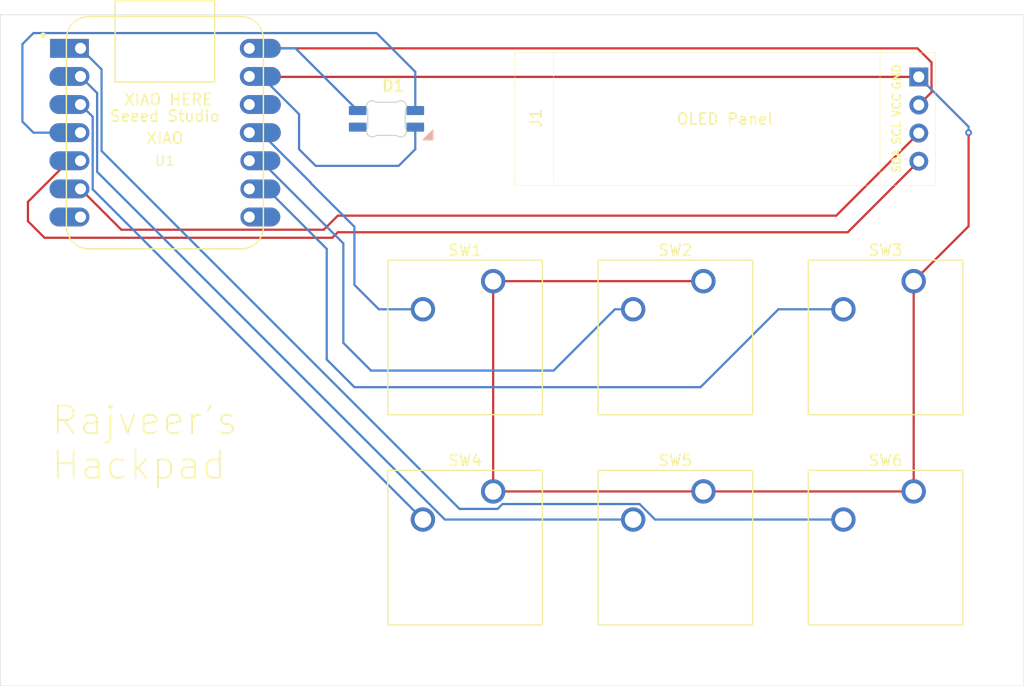
<source format=kicad_pcb>
(kicad_pcb (version 20241229) (generator "pcbnew") (generator_version "9.0")
  (layers (0 "F.Cu" signal) (2 "B.Cu" signal) (13 "F.Paste" user) (15 "B.Paste" user) (5 "F.SilkS" user "F.Silkscreen") (7 "B.SilkS" user "B.Silkscreen") (1 "F.Mask" user) (3 "B.Mask" user) (25 "Edge.Cuts" user))
  (net 0 "")
  (net 1 "GND")
  (net 2 "Net-(D1-DIN)")
  (net 3 "VCC")
  (net 4 "Net-(J1-Pin_3)")
  (net 5 "Net-(J1-Pin_4)")
  (net 6 "Net-(U1-PA6_A10_D10_MOSI)")
  (net 7 "Net-(U1-PA5_A9_D9_MISO)")
  (net 8 "Net-(U1-PA7_A8_D8_SCK)")
  (net 9 "Net-(U1-PA10_A2_D2)")
  (net 10 "Net-(U1-PA4_A1_D1)")
  (net 11 "Net-(U1-PA02_A0_D0)")
  (footprint "Button_Switch_Keyboard:SW_Cherry_MX_1.00u_PCB" (layer "F.Cu") (at 164.54 73.42)
    (property "Reference" "SW1" (at -2.54 -2.794 0) (layer "F.SilkS"))
    (property "Value" "SW_Push")
    (fp_line (start -9.525 -1.905) (end 4.445 -1.905) (stroke (width 0.12)) (layer "F.SilkS"))
    (fp_line (start -9.525 12.065) (end -9.525 -1.905) (stroke (width 0.12)) (layer "F.SilkS"))
    (fp_line (start 4.445 -1.905) (end 4.445 12.065) (stroke (width 0.12)) (layer "F.SilkS"))
    (fp_line (start 4.445 12.065) (end -9.525 12.065) (stroke (width 0.12)) (layer "F.SilkS"))
    (pad "" np_thru_hole circle (at -7.62 5.08) (size 1.7 1.7) (drill 1.7) (layers "*.Cu" "*.Mask"))
    (pad "" np_thru_hole circle (at -2.54 5.08) (size 4 4) (drill 4) (layers "*.Cu" "*.Mask"))
    (pad "" np_thru_hole circle (at 2.54 5.08) (size 1.7 1.7) (drill 1.7) (layers "*.Cu" "*.Mask"))
    (pad "1" thru_hole circle (at 0 0) (size 2.2 2.2) (drill 1.5) (layers "*.Cu" "*.Mask") (net 1 "GND"))
    (pad "2" thru_hole circle (at -6.35 2.54) (size 2.2 2.2) (drill 1.5) (layers "*.Cu" "*.Mask") (net 6 "Net-(U1-PA6_A10_D10_MOSI)"))
  )
  (footprint "Button_Switch_Keyboard:SW_Cherry_MX_1.00u_PCB" (layer "F.Cu") (at 183.54 92.42)
    (property "Reference" "SW5" (at -2.54 -2.794 0) (layer "F.SilkS"))
    (property "Value" "SW_Push")
    (fp_line (start -9.525 -1.905) (end 4.445 -1.905) (stroke (width 0.12)) (layer "F.SilkS"))
    (fp_line (start -9.525 12.065) (end -9.525 -1.905) (stroke (width 0.12)) (layer "F.SilkS"))
    (fp_line (start 4.445 -1.905) (end 4.445 12.065) (stroke (width 0.12)) (layer "F.SilkS"))
    (fp_line (start 4.445 12.065) (end -9.525 12.065) (stroke (width 0.12)) (layer "F.SilkS"))
    (pad "" np_thru_hole circle (at -7.62 5.08) (size 1.7 1.7) (drill 1.7) (layers "*.Cu" "*.Mask"))
    (pad "" np_thru_hole circle (at -2.54 5.08) (size 4 4) (drill 4) (layers "*.Cu" "*.Mask"))
    (pad "" np_thru_hole circle (at 2.54 5.08) (size 1.7 1.7) (drill 1.7) (layers "*.Cu" "*.Mask"))
    (pad "1" thru_hole circle (at 0 0) (size 2.2 2.2) (drill 1.5) (layers "*.Cu" "*.Mask") (net 1 "GND"))
    (pad "2" thru_hole circle (at -6.35 2.54) (size 2.2 2.2) (drill 1.5) (layers "*.Cu" "*.Mask") (net 10 "Net-(U1-PA4_A1_D1)"))
  )
  (footprint "footprints:SSD1306-0.91-OLED-4pin-128x32" (layer "F.Cu") (at 166.5 52.77)
    (property "Reference" "J1" (at 1.9 5.91 90) (layer "F.SilkS"))
    (property "Value" "Conn_01x04_Pin")
    (fp_line (start 0 0) (end 0 12) (stroke (width 0.04)) (layer "F.SilkS"))
    (fp_line (start 0 12) (end 38 12) (stroke (width 0.04)) (layer "F.SilkS"))
    (fp_line (start 3.5 0) (end 3.5 12) (stroke (width 0.04)) (layer "F.SilkS"))
    (fp_line (start 33 0) (end 33 12) (stroke (width 0.04)) (layer "F.SilkS"))
    (fp_line (start 38 0) (end 0 0) (stroke (width 0.04)) (layer "F.SilkS"))
    (fp_line (start 38 12) (end 38 0) (stroke (width 0.04)) (layer "F.SilkS"))
    (fp_text user "OLED Panel" (at 19 6 0) (layer "F.SilkS"))
    (fp_text user "VCC" (at 34.5 4.73 270) (layer "F.SilkS") (effects (font (size 0.75 0.75))))
    (fp_text user "SCL" (at 34.5 7.27 270) (layer "F.SilkS") (effects (font (size 0.75 0.75))))
    (fp_text user "SDA" (at 34.5 9.81 270) (layer "F.SilkS") (effects (font (size 0.75 0.75))))
    (fp_text user "GND" (at 34.5 2.19 270) (layer "F.SilkS") (effects (font (size 0.75 0.75))))
    (pad "1" thru_hole rect (at 36.5 2.19) (size 1.7 1.7) (drill 1) (layers "*.Cu" "*.Mask") (net 1 "GND"))
    (pad "2" thru_hole oval (at 36.5 4.73) (size 1.7 1.7) (drill 1) (layers "*.Cu" "*.Mask") (net 3 "VCC"))
    (pad "3" thru_hole oval (at 36.5 7.27) (size 1.7 1.7) (drill 1) (layers "*.Cu" "*.Mask") (net 4 "Net-(J1-Pin_3)"))
    (pad "4" thru_hole oval (at 36.5 9.81) (size 1.7 1.7) (drill 1) (layers "*.Cu" "*.Mask") (net 5 "Net-(J1-Pin_4)"))
  )
  (footprint "Button_Switch_Keyboard:SW_Cherry_MX_1.00u_PCB" (layer "F.Cu") (at 183.54 73.42)
    (property "Reference" "SW2" (at -2.54 -2.794 0) (layer "F.SilkS"))
    (property "Value" "SW_Push")
    (fp_line (start -9.525 -1.905) (end 4.445 -1.905) (stroke (width 0.12)) (layer "F.SilkS"))
    (fp_line (start -9.525 12.065) (end -9.525 -1.905) (stroke (width 0.12)) (layer "F.SilkS"))
    (fp_line (start 4.445 -1.905) (end 4.445 12.065) (stroke (width 0.12)) (layer "F.SilkS"))
    (fp_line (start 4.445 12.065) (end -9.525 12.065) (stroke (width 0.12)) (layer "F.SilkS"))
    (pad "" np_thru_hole circle (at -7.62 5.08) (size 1.7 1.7) (drill 1.7) (layers "*.Cu" "*.Mask"))
    (pad "" np_thru_hole circle (at -2.54 5.08) (size 4 4) (drill 4) (layers "*.Cu" "*.Mask"))
    (pad "" np_thru_hole circle (at 2.54 5.08) (size 1.7 1.7) (drill 1.7) (layers "*.Cu" "*.Mask"))
    (pad "1" thru_hole circle (at 0 0) (size 2.2 2.2) (drill 1.5) (layers "*.Cu" "*.Mask") (net 1 "GND"))
    (pad "2" thru_hole circle (at -6.35 2.54) (size 2.2 2.2) (drill 1.5) (layers "*.Cu" "*.Mask") (net 7 "Net-(U1-PA5_A9_D9_MISO)"))
  )
  (footprint "Button_Switch_Keyboard:SW_Cherry_MX_1.00u_PCB" (layer "F.Cu") (at 202.54 92.42)
    (property "Reference" "SW6" (at -2.54 -2.794 0) (layer "F.SilkS"))
    (property "Value" "SW_Push")
    (fp_line (start -9.525 -1.905) (end 4.445 -1.905) (stroke (width 0.12)) (layer "F.SilkS"))
    (fp_line (start -9.525 12.065) (end -9.525 -1.905) (stroke (width 0.12)) (layer "F.SilkS"))
    (fp_line (start 4.445 -1.905) (end 4.445 12.065) (stroke (width 0.12)) (layer "F.SilkS"))
    (fp_line (start 4.445 12.065) (end -9.525 12.065) (stroke (width 0.12)) (layer "F.SilkS"))
    (pad "" np_thru_hole circle (at -7.62 5.08) (size 1.7 1.7) (drill 1.7) (layers "*.Cu" "*.Mask"))
    (pad "" np_thru_hole circle (at -2.54 5.08) (size 4 4) (drill 4) (layers "*.Cu" "*.Mask"))
    (pad "" np_thru_hole circle (at 2.54 5.08) (size 1.7 1.7) (drill 1.7) (layers "*.Cu" "*.Mask"))
    (pad "1" thru_hole circle (at 0 0) (size 2.2 2.2) (drill 1.5) (layers "*.Cu" "*.Mask") (net 1 "GND"))
    (pad "2" thru_hole circle (at -6.35 2.54) (size 2.2 2.2) (drill 1.5) (layers "*.Cu" "*.Mask") (net 11 "Net-(U1-PA02_A0_D0)"))
  )
  (footprint "Button_Switch_Keyboard:SW_Cherry_MX_1.00u_PCB" (layer "F.Cu") (at 202.54 73.42)
    (property "Reference" "SW3" (at -2.54 -2.794 0) (layer "F.SilkS"))
    (property "Value" "SW_Push")
    (fp_line (start -9.525 -1.905) (end 4.445 -1.905) (stroke (width 0.12)) (layer "F.SilkS"))
    (fp_line (start -9.525 12.065) (end -9.525 -1.905) (stroke (width 0.12)) (layer "F.SilkS"))
    (fp_line (start 4.445 -1.905) (end 4.445 12.065) (stroke (width 0.12)) (layer "F.SilkS"))
    (fp_line (start 4.445 12.065) (end -9.525 12.065) (stroke (width 0.12)) (layer "F.SilkS"))
    (pad "" np_thru_hole circle (at -7.62 5.08) (size 1.7 1.7) (drill 1.7) (layers "*.Cu" "*.Mask"))
    (pad "" np_thru_hole circle (at -2.54 5.08) (size 4 4) (drill 4) (layers "*.Cu" "*.Mask"))
    (pad "" np_thru_hole circle (at 2.54 5.08) (size 1.7 1.7) (drill 1.7) (layers "*.Cu" "*.Mask"))
    (pad "1" thru_hole circle (at 0 0) (size 2.2 2.2) (drill 1.5) (layers "*.Cu" "*.Mask") (net 1 "GND"))
    (pad "2" thru_hole circle (at -6.35 2.54) (size 2.2 2.2) (drill 1.5) (layers "*.Cu" "*.Mask") (net 8 "Net-(U1-PA7_A8_D8_SCK)"))
  )
  (footprint "footprints:SK6812MINI-E_fixed" (layer "F.Cu") (at 154.899999 58.852842)
    (property "Reference" "D1" (at 0.6 -3.1 0) (layer "F.SilkS") (effects (font (thickness 0.2) (bold yes))))
    (property "Value" "SK6812MINI-E")
    (fp_poly (pts (xy 4.200001 0.897158) (xy 3.300001 1.797158) (xy 4.200001 1.797158)) (stroke (width 0.1)) (fill yes) (layer "B.SilkS"))
    (fp_line (start -1.699998 0.6) (end -1.699998 -0.805684) (stroke (width 0.1)) (layer "Edge.Cuts"))
    (fp_line (start -0.794451 -1.602841) (end 0.794454 -1.602841) (stroke (width 0.1)) (layer "Edge.Cuts"))
    (fp_line (start 0.794453 1.397158) (end -0.794451 1.397158) (stroke (width 0.1)) (layer "Edge.Cuts"))
    (fp_line (start 1.7 -0.805684) (end 1.7 0.6) (stroke (width 0.1)) (layer "Edge.Cuts"))
    (fp_arc (start -1.749483 -1.022562) (mid -1.712526 -0.91691) (end -1.699998 -0.805684) (stroke (width 0.1)) (layer "Edge.Cuts"))
    (fp_arc (start -1.749483 -1.022562) (mid -1.63807 -1.606877) (end -1.04671 -1.671141) (stroke (width 0.1)) (layer "Edge.Cuts"))
    (fp_arc (start -1.699998 0.600001) (mid -1.712526 0.711226) (end -1.749483 0.816878) (stroke (width 0.1)) (layer "Edge.Cuts"))
    (fp_arc (start -1.04671 1.465455) (mid -1.638069 1.401192) (end -1.749483 0.816878) (stroke (width 0.1)) (layer "Edge.Cuts"))
    (fp_arc (start -1.046709 1.465457) (mid -0.925121 1.414535) (end -0.794451 1.397158) (stroke (width 0.1)) (layer "Edge.Cuts"))
    (fp_arc (start -0.794452 -1.602842) (mid -0.925122 -1.620219) (end -1.04671 -1.671141) (stroke (width 0.1)) (layer "Edge.Cuts"))
    (fp_arc (start 0.794453 1.397158) (mid 0.925124 1.414535) (end 1.046712 1.465457) (stroke (width 0.1)) (layer "Edge.Cuts"))
    (fp_arc (start 1.046712 -1.67114) (mid 0.925124 -1.620218) (end 0.794454 -1.602841) (stroke (width 0.1)) (layer "Edge.Cuts"))
    (fp_arc (start 1.046712 -1.67114) (mid 1.638072 -1.606876) (end 1.749485 -1.022562) (stroke (width 0.1)) (layer "Edge.Cuts"))
    (fp_arc (start 1.7 -0.805685) (mid 1.712528 -0.91691) (end 1.749485 -1.022562) (stroke (width 0.1)) (layer "Edge.Cuts"))
    (fp_arc (start 1.749485 0.816877) (mid 1.638073 1.401193) (end 1.046712 1.465457) (stroke (width 0.1)) (layer "Edge.Cuts"))
    (fp_arc (start 1.749485 0.816878) (mid 1.712528 0.711226) (end 1.7 0.6) (stroke (width 0.1)) (layer "Edge.Cuts"))
    (pad "1" smd roundrect (at -2.599999 -0.852842 270) (size 0.82 1.6) (layers "B.Cu" "B.Mask" "B.Paste") (roundrect_rratio 0.1) (net 3 "VCC"))
    (pad "2" smd roundrect (at -2.599999 0.647158 270) (size 0.82 1.6) (layers "B.Cu" "B.Mask" "B.Paste") (roundrect_rratio 0.1))
    (pad "3" smd roundrect (at 2.600001 0.647158 270) (size 0.82 1.6) (layers "B.Cu" "B.Mask" "B.Paste") (roundrect_rratio 0.1) (net 1 "GND"))
    (pad "4" smd roundrect (at 2.600001 -0.852842 270) (size 0.82 1.6) (layers "B.Cu" "B.Mask" "B.Paste") (roundrect_rratio 0.1) (net 2 "Net-(D1-DIN)"))
  )
  (footprint "footprints:XIAO-Generic-Hybrid-14P-2.54-21X17.8MM" (layer "F.Cu") (at 134.875 60)
    (property "Reference" "U1" (at 0 2.54 0) (layer "F.SilkS") (effects (font (size 0.889 0.889) (thickness 0.1016))))
    (property "Value" "MOUDLE-SEEEDUINO-XIAO" (hide yes))
    (fp_line (start -8.9 -8.5) (end -8.9 8.5) (stroke (width 0.127)) (layer "F.SilkS"))
    (fp_line (start -6.9 10.5) (end 6.9 10.5) (stroke (width 0.127)) (layer "F.SilkS"))
    (fp_line (start -4.5 -11.92403) (end 4.5 -11.92403) (stroke (width 0.127)) (layer "F.SilkS"))
    (fp_line (start -4.5 -4.57073) (end -4.5 -11.92403) (stroke (width 0.127)) (layer "F.SilkS"))
    (fp_line (start 4.5 -11.92403) (end 4.5 -4.57073) (stroke (width 0.127)) (layer "F.SilkS"))
    (fp_line (start 4.5 -4.57073) (end -4.5 -4.57073) (stroke (width 0.127)) (layer "F.SilkS"))
    (fp_line (start 6.9 -10.49909) (end -6.9 -10.49909) (stroke (width 0.127)) (layer "F.SilkS"))
    (fp_line (start 8.9 8.5) (end 8.9 -8.5) (stroke (width 0.127)) (layer "F.SilkS"))
    (fp_arc (start -8.9 -8.5) (mid -8.301491 -9.901491) (end -6.9 -10.5) (stroke (width 0.12)) (layer "F.SilkS"))
    (fp_arc (start -6.9 10.5) (mid -8.301423 9.901423) (end -8.9 8.5) (stroke (width 0.12)) (layer "F.SilkS"))
    (fp_arc (start 6.9 -10.5) (mid 8.301491 -9.901491) (end 8.9 -8.5) (stroke (width 0.12)) (layer "F.SilkS"))
    (fp_arc (start 8.9 8.5) (mid 8.314214 9.914214) (end 6.9 10.5) (stroke (width 0.12)) (layer "F.SilkS"))
    (fp_circle (center -11 -8.8) (end -11 -9.054) (fill yes) (layer "F.SilkS"))
    (fp_poly (pts (xy -8.887715 -8.561705) (xy -8.884667 -8.610473) (xy -8.880603 -8.659494)) (stroke (width 0.0254)) (fill no) (layer "F.SilkS"))
    (fp_poly (pts (xy 8.889492 8.521574) (xy 8.887713 8.57085) (xy 8.884665 8.619618) (xy 8.880601 8.668639) (xy 8.875268 8.717407) (xy 8.868664 8.766175) (xy 8.861044 8.81469) (xy 8.852153 8.86295) (xy 8.842248 8.910955)) (stroke (width 0.0254)) (fill no) (layer "F.SilkS"))
    (fp_text user "Seeed Studio" (at 0 -1.5 0) (layer "F.SilkS"))
    (fp_text user "XIAO" (at 0 0.5 0) (layer "F.SilkS"))
    (pad "1" thru_hole rect (at -7.625 -7.62) (size 3.5 1.7) (drill 1 (offset -1 0)) (layers "*.Cu" "*.Mask") (net 11 "Net-(U1-PA02_A0_D0)"))
    (pad "2" thru_hole oval (at -7.625 -5.08) (size 3.6 1.7) (drill 1 (offset -1 0)) (layers "*.Cu" "*.Mask") (net 10 "Net-(U1-PA4_A1_D1)"))
    (pad "3" thru_hole oval (at -7.625 -2.54) (size 3.6 1.7) (drill 1 (offset -1 0)) (layers "*.Cu" "*.Mask") (net 9 "Net-(U1-PA10_A2_D2)"))
    (pad "4" thru_hole oval (at -7.625 0) (size 3.6 1.7) (drill 1 (offset -1 0)) (layers "*.Cu" "*.Mask") (net 2 "Net-(D1-DIN)"))
    (pad "5" thru_hole oval (at -7.625 2.54) (size 3.6 1.7) (drill 1 (offset -1 0)) (layers "*.Cu" "*.Mask") (net 5 "Net-(J1-Pin_4)"))
    (pad "6" thru_hole oval (at -7.625 5.08 180) (size 3.6 1.7) (drill 1 (offset 1 0)) (layers "*.Cu" "*.Mask") (net 4 "Net-(J1-Pin_3)"))
    (pad "7" thru_hole oval (at -7.625 7.62) (size 3.6 1.7) (drill 1 (offset -1 0)) (layers "*.Cu" "*.Mask"))
    (pad "8" thru_hole oval (at 7.625 7.62) (size 3.6 1.7) (drill 1 (offset 1 0)) (layers "*.Cu" "*.Mask"))
    (pad "9" thru_hole oval (at 7.625 5.08) (size 3.6 1.7) (drill 1 (offset 1 0)) (layers "*.Cu" "*.Mask") (net 8 "Net-(U1-PA7_A8_D8_SCK)"))
    (pad "10" thru_hole oval (at 7.625 2.54) (size 3.6 1.7) (drill 1 (offset 1 0)) (layers "*.Cu" "*.Mask") (net 7 "Net-(U1-PA5_A9_D9_MISO)"))
    (pad "11" thru_hole oval (at 7.625 0) (size 3.7 1.7) (drill 1 (offset 1 0)) (layers "*.Cu" "*.Mask") (net 6 "Net-(U1-PA6_A10_D10_MOSI)"))
    (pad "12" thru_hole oval (at 7.625 -2.54) (size 3.7 1.7) (drill 1 (offset 1 0)) (layers "*.Cu" "*.Mask"))
    (pad "13" thru_hole oval (at 7.625 -5.08) (size 3.7 1.7) (drill 1 (offset 1 0)) (layers "*.Cu" "*.Mask") (net 1 "GND"))
    (pad "14" thru_hole oval (at 7.625 -7.62) (size 3.7 1.7) (drill 1 (offset 1 0)) (layers "*.Cu" "*.Mask") (net 3 "VCC"))
  )
  (footprint "Button_Switch_Keyboard:SW_Cherry_MX_1.00u_PCB" (layer "F.Cu") (at 164.54 92.42)
    (property "Reference" "SW4" (at -2.54 -2.794 0) (layer "F.SilkS"))
    (property "Value" "SW_Push")
    (fp_line (start -9.525 -1.905) (end 4.445 -1.905) (stroke (width 0.12)) (layer "F.SilkS"))
    (fp_line (start -9.525 12.065) (end -9.525 -1.905) (stroke (width 0.12)) (layer "F.SilkS"))
    (fp_line (start 4.445 -1.905) (end 4.445 12.065) (stroke (width 0.12)) (layer "F.SilkS"))
    (fp_line (start 4.445 12.065) (end -9.525 12.065) (stroke (width 0.12)) (layer "F.SilkS"))
    (pad "" np_thru_hole circle (at -7.62 5.08) (size 1.7 1.7) (drill 1.7) (layers "*.Cu" "*.Mask"))
    (pad "" np_thru_hole circle (at -2.54 5.08) (size 4 4) (drill 4) (layers "*.Cu" "*.Mask"))
    (pad "" np_thru_hole circle (at 2.54 5.08) (size 1.7 1.7) (drill 1.7) (layers "*.Cu" "*.Mask"))
    (pad "1" thru_hole circle (at 0 0) (size 2.2 2.2) (drill 1.5) (layers "*.Cu" "*.Mask") (net 1 "GND"))
    (pad "2" thru_hole circle (at -6.35 2.54) (size 2.2 2.2) (drill 1.5) (layers "*.Cu" "*.Mask") (net 9 "Net-(U1-PA10_A2_D2)"))
  )
  (gr_rect (start 120 49.346698) (end 212.5 110) (stroke (width 0.05)) (fill no) (layer "Edge.Cuts"))
  (gr_text "XIAO HERE" (at 131.098332 57.591308 0) (layer "F.SilkS") (effects (font (size 1 1)) (justify left bottom)))
  (gr_text "Rajveer's\nHackpad " (at 124.5 91.5 0) (layer "F.SilkS") (effects (font (size 2.5 2.5)) (justify left bottom)))
  (segment (start 202.54 73.42) (end 202.54 92.42) (width 0.2) (layer "F.Cu") (net 1))
  (segment (start 207.5 68.46) (end 207.5 60) (width 0.2) (layer "F.Cu") (net 1))
  (segment (start 164.54 73.42) (end 183.54 73.42) (width 0.2) (layer "F.Cu") (net 1))
  (segment (start 142.54 54.96) (end 142.5 54.92) (width 0.2) (layer "F.Cu") (net 1))
  (segment (start 202.54 92.42) (end 183.54 92.42) (width 0.2) (layer "F.Cu") (net 1))
  (segment (start 183.54 92.42) (end 164.54 92.42) (width 0.2) (layer "F.Cu") (net 1))
  (segment (start 203 54.96) (end 142.54 54.96) (width 0.2) (layer "F.Cu") (net 1))
  (segment (start 202.54 73.42) (end 207.5 68.46) (width 0.2) (layer "F.Cu") (net 1))
  (segment (start 164.54 92.42) (end 164.54 73.42) (width 0.2) (layer "F.Cu") (net 1))
  (via (at 207.5 60) (size 0.6) (drill 0.3) (layers "F.Cu" "B.Cu") (net 1))
  (segment (start 147 61.5) (end 147 58.33224) (width 0.2) (layer "B.Cu") (net 1))
  (segment (start 148.5 63) (end 147 61.5) (width 0.2) (layer "B.Cu") (net 1))
  (segment (start 156 63) (end 148.5 63) (width 0.2) (layer "B.Cu") (net 1))
  (segment (start 207.5 59.46) (end 203 54.96) (width 0.2) (layer "B.Cu") (net 1))
  (segment (start 147 58.33224) (end 143.58776 54.92) (width 0.2) (layer "B.Cu") (net 1))
  (segment (start 143.58776 54.92) (end 142.5 54.92) (width 0.2) (layer "B.Cu") (net 1))
  (segment (start 207.5 60) (end 207.5 59.46) (width 0.2) (layer "B.Cu") (net 1))
  (segment (start 157.5 59.5) (end 157.5 61.5) (width 0.2) (layer "B.Cu") (net 1))
  (segment (start 157.5 61.5) (end 156 63) (width 0.2) (layer "B.Cu") (net 1))
  (segment (start 122 59) (end 123 60) (width 0.2) (layer "B.Cu") (net 2))
  (segment (start 123 51) (end 122 52) (width 0.2) (layer "B.Cu") (net 2))
  (segment (start 154 51) (end 123 51) (width 0.2) (layer "B.Cu") (net 2))
  (segment (start 157.5 54.5) (end 154 51) (width 0.2) (layer "B.Cu") (net 2))
  (segment (start 157.5 58) (end 157.5 54.5) (width 0.2) (layer "B.Cu") (net 2))
  (segment (start 122 52) (end 122 59) (width 0.2) (layer "B.Cu") (net 2))
  (segment (start 123 60) (end 127.25 60) (width 0.2) (layer "B.Cu") (net 2))
  (segment (start 204.151 56.349) (end 204.151 53.651) (width 0.2) (layer "F.Cu") (net 3))
  (segment (start 204.151 53.651) (end 202.88 52.38) (width 0.2) (layer "F.Cu") (net 3))
  (segment (start 203 57.5) (end 204.151 56.349) (width 0.2) (layer "F.Cu") (net 3))
  (segment (start 202.88 52.38) (end 142.5 52.38) (width 0.2) (layer "F.Cu") (net 3))
  (segment (start 146.68 52.38) (end 142.5 52.38) (width 0.2) (layer "B.Cu") (net 3))
  (segment (start 152.3 58) (end 146.68 52.38) (width 0.2) (layer "B.Cu") (net 3))
  (segment (start 130.941 68.771) (end 127.25 65.08) (width 0.2) (layer "F.Cu") (net 4))
  (segment (start 195.54 67.5) (end 150.5 67.5) (width 0.2) (layer "F.Cu") (net 4))
  (segment (start 150.5 67.5) (end 149.229 68.771) (width 0.2) (layer "F.Cu") (net 4))
  (segment (start 203 60.04) (end 195.54 67.5) (width 0.2) (layer "F.Cu") (net 4))
  (segment (start 149.229 68.771) (end 130.941 68.771) (width 0.2) (layer "F.Cu") (net 4))
  (segment (start 122.5 68) (end 122.5 66.25224) (width 0.2) (layer "F.Cu") (net 5))
  (segment (start 126.21224 62.54) (end 127.25 62.54) (width 0.2) (layer "F.Cu") (net 5))
  (segment (start 124 69.5) (end 122.5 68) (width 0.2) (layer "F.Cu") (net 5))
  (segment (start 203 62.58) (end 196.58 69) (width 0.2) (layer "F.Cu") (net 5))
  (segment (start 122.5 66.25224) (end 126.21224 62.54) (width 0.2) (layer "F.Cu") (net 5))
  (segment (start 196.58 69) (end 150.5 69) (width 0.2) (layer "F.Cu") (net 5))
  (segment (start 150.5 69) (end 150 69.5) (width 0.2) (layer "F.Cu") (net 5))
  (segment (start 150 69.5) (end 124 69.5) (width 0.2) (layer "F.Cu") (net 5))
  (segment (start 148.03776 64.53776) (end 148.03776 64.5) (width 0.2) (layer "B.Cu") (net 6))
  (segment (start 152 68.5) (end 148.03776 64.53776) (width 0.2) (layer "B.Cu") (net 6))
  (segment (start 154.21 75.96) (end 152 73.75) (width 0.2) (layer "B.Cu") (net 6))
  (segment (start 143.53776 60) (end 142.5 60) (width 0.2) (layer "B.Cu") (net 6))
  (segment (start 158.19 75.96) (end 154.21 75.96) (width 0.2) (layer "B.Cu") (net 6))
  (segment (start 148.03776 64.5) (end 143.53776 60) (width 0.2) (layer "B.Cu") (net 6))
  (segment (start 152 73.75) (end 152 68.5) (width 0.2) (layer "B.Cu") (net 6))
  (segment (start 151 79) (end 151 70.00224) (width 0.2) (layer "B.Cu") (net 7))
  (segment (start 151 70.00224) (end 143.53776 62.54) (width 0.2) (layer "B.Cu") (net 7))
  (segment (start 175.54 75.96) (end 170 81.5) (width 0.2) (layer "B.Cu") (net 7))
  (segment (start 143.53776 62.54) (end 142.5 62.54) (width 0.2) (layer "B.Cu") (net 7))
  (segment (start 170 81.5) (end 153.5 81.5) (width 0.2) (layer "B.Cu") (net 7))
  (segment (start 177.19 75.96) (end 175.54 75.96) (width 0.2) (layer "B.Cu") (net 7))
  (segment (start 153.5 81.5) (end 151 79) (width 0.2) (layer "B.Cu") (net 7))
  (segment (start 152 83) (end 149.5 80.5) (width 0.2) (layer "B.Cu") (net 8))
  (segment (start 190.31847 75.96) (end 183.27847 83) (width 0.2) (layer "B.Cu") (net 8))
  (segment (start 196.19 75.96) (end 190.31847 75.96) (width 0.2) (layer "B.Cu") (net 8))
  (segment (start 149.5 70.5) (end 144.08 65.08) (width 0.2) (layer "B.Cu") (net 8))
  (segment (start 144.08 65.08) (end 142.5 65.08) (width 0.2) (layer "B.Cu") (net 8))
  (segment (start 149.5 80.5) (end 149.5 70.5) (width 0.2) (layer "B.Cu") (net 8))
  (segment (start 183.27847 83) (end 152 83) (width 0.2) (layer "B.Cu") (net 8))
  (segment (start 127.25 57.46) (end 128.351 58.561) (width 0.2) (layer "B.Cu") (net 9))
  (segment (start 128.351 65.121) (end 158.19 94.96) (width 0.2) (layer "B.Cu") (net 9))
  (segment (start 128.351 58.561) (end 128.351 65.121) (width 0.2) (layer "B.Cu") (net 9))
  (segment (start 128.752 63.540686) (end 128.752 56.422) (width 0.2) (layer "B.Cu") (net 10))
  (segment (start 177.19 94.96) (end 160.171314 94.96) (width 0.2) (layer "B.Cu") (net 10))
  (segment (start 160.171314 94.96) (end 128.752 63.540686) (width 0.2) (layer "B.Cu") (net 10))
  (segment (start 128.752 56.422) (end 127.25 54.92) (width 0.2) (layer "B.Cu") (net 10))
  (segment (start 161.5 94) (end 129.153 61.653) (width 0.2) (layer "B.Cu") (net 11))
  (segment (start 177.770314 93.559) (end 165.382314 93.559) (width 0.2) (layer "B.Cu") (net 11))
  (segment (start 129.153 61.653) (end 129.153 54.283) (width 0.2) (layer "B.Cu") (net 11))
  (segment (start 196.19 94.96) (end 179.171314 94.96) (width 0.2) (layer "B.Cu") (net 11))
  (segment (start 165.382314 93.559) (end 164.941314 94) (width 0.2) (layer "B.Cu") (net 11))
  (segment (start 164.941314 94) (end 161.5 94) (width 0.2) (layer "B.Cu") (net 11))
  (segment (start 179.171314 94.96) (end 177.770314 93.559) (width 0.2) (layer "B.Cu") (net 11))
  (segment (start 129.153 54.283) (end 127.25 52.38) (width 0.2) (layer "B.Cu") (net 11))
)
</source>
